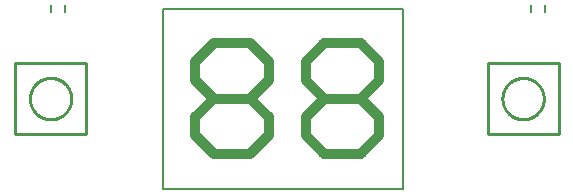
<source format=gbo>
G75*
%MOIN*%
%OFA0B0*%
%FSLAX25Y25*%
%IPPOS*%
%LPD*%
%AMOC8*
5,1,8,0,0,1.08239X$1,22.5*
%
%ADD10C,0.00500*%
%ADD11C,0.03200*%
%ADD12C,0.01000*%
%ADD13C,0.00600*%
D10*
X0311000Y0018500D02*
X0311000Y0078500D01*
X0391000Y0078500D01*
X0391000Y0018500D01*
X0311000Y0018500D01*
D11*
X0327816Y0030100D02*
X0340093Y0030100D01*
X0346231Y0036239D01*
X0346231Y0042377D01*
X0340093Y0048516D01*
X0327816Y0048516D01*
X0321677Y0042377D01*
X0321677Y0036239D01*
X0327816Y0030100D01*
X0358509Y0036239D02*
X0364647Y0030100D01*
X0376924Y0030100D01*
X0383063Y0036239D01*
X0383063Y0042377D01*
X0376924Y0048516D01*
X0364647Y0048516D01*
X0358509Y0042377D01*
X0358509Y0036239D01*
X0364647Y0048516D02*
X0358509Y0054654D01*
X0358509Y0060793D01*
X0364647Y0066931D01*
X0376924Y0066931D01*
X0383063Y0060793D01*
X0383063Y0054654D01*
X0376924Y0048516D01*
X0346231Y0054654D02*
X0346231Y0060793D01*
X0340093Y0066931D01*
X0327816Y0066931D01*
X0321677Y0060793D01*
X0321677Y0054654D01*
X0327816Y0048516D01*
X0340093Y0048516D02*
X0346231Y0054654D01*
D12*
X0261689Y0060311D02*
X0261689Y0036689D01*
X0285311Y0036689D01*
X0285311Y0060311D01*
X0261689Y0060311D01*
X0266610Y0048500D02*
X0266612Y0048669D01*
X0266618Y0048838D01*
X0266629Y0049007D01*
X0266643Y0049175D01*
X0266662Y0049343D01*
X0266685Y0049511D01*
X0266711Y0049678D01*
X0266742Y0049844D01*
X0266777Y0050010D01*
X0266816Y0050174D01*
X0266860Y0050338D01*
X0266907Y0050500D01*
X0266958Y0050661D01*
X0267013Y0050821D01*
X0267072Y0050980D01*
X0267134Y0051137D01*
X0267201Y0051292D01*
X0267272Y0051446D01*
X0267346Y0051598D01*
X0267424Y0051748D01*
X0267505Y0051896D01*
X0267590Y0052042D01*
X0267679Y0052186D01*
X0267771Y0052328D01*
X0267867Y0052467D01*
X0267966Y0052604D01*
X0268068Y0052739D01*
X0268174Y0052871D01*
X0268283Y0053000D01*
X0268395Y0053127D01*
X0268510Y0053251D01*
X0268628Y0053372D01*
X0268749Y0053490D01*
X0268873Y0053605D01*
X0269000Y0053717D01*
X0269129Y0053826D01*
X0269261Y0053932D01*
X0269396Y0054034D01*
X0269533Y0054133D01*
X0269672Y0054229D01*
X0269814Y0054321D01*
X0269958Y0054410D01*
X0270104Y0054495D01*
X0270252Y0054576D01*
X0270402Y0054654D01*
X0270554Y0054728D01*
X0270708Y0054799D01*
X0270863Y0054866D01*
X0271020Y0054928D01*
X0271179Y0054987D01*
X0271339Y0055042D01*
X0271500Y0055093D01*
X0271662Y0055140D01*
X0271826Y0055184D01*
X0271990Y0055223D01*
X0272156Y0055258D01*
X0272322Y0055289D01*
X0272489Y0055315D01*
X0272657Y0055338D01*
X0272825Y0055357D01*
X0272993Y0055371D01*
X0273162Y0055382D01*
X0273331Y0055388D01*
X0273500Y0055390D01*
X0273669Y0055388D01*
X0273838Y0055382D01*
X0274007Y0055371D01*
X0274175Y0055357D01*
X0274343Y0055338D01*
X0274511Y0055315D01*
X0274678Y0055289D01*
X0274844Y0055258D01*
X0275010Y0055223D01*
X0275174Y0055184D01*
X0275338Y0055140D01*
X0275500Y0055093D01*
X0275661Y0055042D01*
X0275821Y0054987D01*
X0275980Y0054928D01*
X0276137Y0054866D01*
X0276292Y0054799D01*
X0276446Y0054728D01*
X0276598Y0054654D01*
X0276748Y0054576D01*
X0276896Y0054495D01*
X0277042Y0054410D01*
X0277186Y0054321D01*
X0277328Y0054229D01*
X0277467Y0054133D01*
X0277604Y0054034D01*
X0277739Y0053932D01*
X0277871Y0053826D01*
X0278000Y0053717D01*
X0278127Y0053605D01*
X0278251Y0053490D01*
X0278372Y0053372D01*
X0278490Y0053251D01*
X0278605Y0053127D01*
X0278717Y0053000D01*
X0278826Y0052871D01*
X0278932Y0052739D01*
X0279034Y0052604D01*
X0279133Y0052467D01*
X0279229Y0052328D01*
X0279321Y0052186D01*
X0279410Y0052042D01*
X0279495Y0051896D01*
X0279576Y0051748D01*
X0279654Y0051598D01*
X0279728Y0051446D01*
X0279799Y0051292D01*
X0279866Y0051137D01*
X0279928Y0050980D01*
X0279987Y0050821D01*
X0280042Y0050661D01*
X0280093Y0050500D01*
X0280140Y0050338D01*
X0280184Y0050174D01*
X0280223Y0050010D01*
X0280258Y0049844D01*
X0280289Y0049678D01*
X0280315Y0049511D01*
X0280338Y0049343D01*
X0280357Y0049175D01*
X0280371Y0049007D01*
X0280382Y0048838D01*
X0280388Y0048669D01*
X0280390Y0048500D01*
X0280388Y0048331D01*
X0280382Y0048162D01*
X0280371Y0047993D01*
X0280357Y0047825D01*
X0280338Y0047657D01*
X0280315Y0047489D01*
X0280289Y0047322D01*
X0280258Y0047156D01*
X0280223Y0046990D01*
X0280184Y0046826D01*
X0280140Y0046662D01*
X0280093Y0046500D01*
X0280042Y0046339D01*
X0279987Y0046179D01*
X0279928Y0046020D01*
X0279866Y0045863D01*
X0279799Y0045708D01*
X0279728Y0045554D01*
X0279654Y0045402D01*
X0279576Y0045252D01*
X0279495Y0045104D01*
X0279410Y0044958D01*
X0279321Y0044814D01*
X0279229Y0044672D01*
X0279133Y0044533D01*
X0279034Y0044396D01*
X0278932Y0044261D01*
X0278826Y0044129D01*
X0278717Y0044000D01*
X0278605Y0043873D01*
X0278490Y0043749D01*
X0278372Y0043628D01*
X0278251Y0043510D01*
X0278127Y0043395D01*
X0278000Y0043283D01*
X0277871Y0043174D01*
X0277739Y0043068D01*
X0277604Y0042966D01*
X0277467Y0042867D01*
X0277328Y0042771D01*
X0277186Y0042679D01*
X0277042Y0042590D01*
X0276896Y0042505D01*
X0276748Y0042424D01*
X0276598Y0042346D01*
X0276446Y0042272D01*
X0276292Y0042201D01*
X0276137Y0042134D01*
X0275980Y0042072D01*
X0275821Y0042013D01*
X0275661Y0041958D01*
X0275500Y0041907D01*
X0275338Y0041860D01*
X0275174Y0041816D01*
X0275010Y0041777D01*
X0274844Y0041742D01*
X0274678Y0041711D01*
X0274511Y0041685D01*
X0274343Y0041662D01*
X0274175Y0041643D01*
X0274007Y0041629D01*
X0273838Y0041618D01*
X0273669Y0041612D01*
X0273500Y0041610D01*
X0273331Y0041612D01*
X0273162Y0041618D01*
X0272993Y0041629D01*
X0272825Y0041643D01*
X0272657Y0041662D01*
X0272489Y0041685D01*
X0272322Y0041711D01*
X0272156Y0041742D01*
X0271990Y0041777D01*
X0271826Y0041816D01*
X0271662Y0041860D01*
X0271500Y0041907D01*
X0271339Y0041958D01*
X0271179Y0042013D01*
X0271020Y0042072D01*
X0270863Y0042134D01*
X0270708Y0042201D01*
X0270554Y0042272D01*
X0270402Y0042346D01*
X0270252Y0042424D01*
X0270104Y0042505D01*
X0269958Y0042590D01*
X0269814Y0042679D01*
X0269672Y0042771D01*
X0269533Y0042867D01*
X0269396Y0042966D01*
X0269261Y0043068D01*
X0269129Y0043174D01*
X0269000Y0043283D01*
X0268873Y0043395D01*
X0268749Y0043510D01*
X0268628Y0043628D01*
X0268510Y0043749D01*
X0268395Y0043873D01*
X0268283Y0044000D01*
X0268174Y0044129D01*
X0268068Y0044261D01*
X0267966Y0044396D01*
X0267867Y0044533D01*
X0267771Y0044672D01*
X0267679Y0044814D01*
X0267590Y0044958D01*
X0267505Y0045104D01*
X0267424Y0045252D01*
X0267346Y0045402D01*
X0267272Y0045554D01*
X0267201Y0045708D01*
X0267134Y0045863D01*
X0267072Y0046020D01*
X0267013Y0046179D01*
X0266958Y0046339D01*
X0266907Y0046500D01*
X0266860Y0046662D01*
X0266816Y0046826D01*
X0266777Y0046990D01*
X0266742Y0047156D01*
X0266711Y0047322D01*
X0266685Y0047489D01*
X0266662Y0047657D01*
X0266643Y0047825D01*
X0266629Y0047993D01*
X0266618Y0048162D01*
X0266612Y0048331D01*
X0266610Y0048500D01*
X0419189Y0036689D02*
X0419189Y0060311D01*
X0442811Y0060311D01*
X0442811Y0036689D01*
X0419189Y0036689D01*
X0424110Y0048500D02*
X0424112Y0048669D01*
X0424118Y0048838D01*
X0424129Y0049007D01*
X0424143Y0049175D01*
X0424162Y0049343D01*
X0424185Y0049511D01*
X0424211Y0049678D01*
X0424242Y0049844D01*
X0424277Y0050010D01*
X0424316Y0050174D01*
X0424360Y0050338D01*
X0424407Y0050500D01*
X0424458Y0050661D01*
X0424513Y0050821D01*
X0424572Y0050980D01*
X0424634Y0051137D01*
X0424701Y0051292D01*
X0424772Y0051446D01*
X0424846Y0051598D01*
X0424924Y0051748D01*
X0425005Y0051896D01*
X0425090Y0052042D01*
X0425179Y0052186D01*
X0425271Y0052328D01*
X0425367Y0052467D01*
X0425466Y0052604D01*
X0425568Y0052739D01*
X0425674Y0052871D01*
X0425783Y0053000D01*
X0425895Y0053127D01*
X0426010Y0053251D01*
X0426128Y0053372D01*
X0426249Y0053490D01*
X0426373Y0053605D01*
X0426500Y0053717D01*
X0426629Y0053826D01*
X0426761Y0053932D01*
X0426896Y0054034D01*
X0427033Y0054133D01*
X0427172Y0054229D01*
X0427314Y0054321D01*
X0427458Y0054410D01*
X0427604Y0054495D01*
X0427752Y0054576D01*
X0427902Y0054654D01*
X0428054Y0054728D01*
X0428208Y0054799D01*
X0428363Y0054866D01*
X0428520Y0054928D01*
X0428679Y0054987D01*
X0428839Y0055042D01*
X0429000Y0055093D01*
X0429162Y0055140D01*
X0429326Y0055184D01*
X0429490Y0055223D01*
X0429656Y0055258D01*
X0429822Y0055289D01*
X0429989Y0055315D01*
X0430157Y0055338D01*
X0430325Y0055357D01*
X0430493Y0055371D01*
X0430662Y0055382D01*
X0430831Y0055388D01*
X0431000Y0055390D01*
X0431169Y0055388D01*
X0431338Y0055382D01*
X0431507Y0055371D01*
X0431675Y0055357D01*
X0431843Y0055338D01*
X0432011Y0055315D01*
X0432178Y0055289D01*
X0432344Y0055258D01*
X0432510Y0055223D01*
X0432674Y0055184D01*
X0432838Y0055140D01*
X0433000Y0055093D01*
X0433161Y0055042D01*
X0433321Y0054987D01*
X0433480Y0054928D01*
X0433637Y0054866D01*
X0433792Y0054799D01*
X0433946Y0054728D01*
X0434098Y0054654D01*
X0434248Y0054576D01*
X0434396Y0054495D01*
X0434542Y0054410D01*
X0434686Y0054321D01*
X0434828Y0054229D01*
X0434967Y0054133D01*
X0435104Y0054034D01*
X0435239Y0053932D01*
X0435371Y0053826D01*
X0435500Y0053717D01*
X0435627Y0053605D01*
X0435751Y0053490D01*
X0435872Y0053372D01*
X0435990Y0053251D01*
X0436105Y0053127D01*
X0436217Y0053000D01*
X0436326Y0052871D01*
X0436432Y0052739D01*
X0436534Y0052604D01*
X0436633Y0052467D01*
X0436729Y0052328D01*
X0436821Y0052186D01*
X0436910Y0052042D01*
X0436995Y0051896D01*
X0437076Y0051748D01*
X0437154Y0051598D01*
X0437228Y0051446D01*
X0437299Y0051292D01*
X0437366Y0051137D01*
X0437428Y0050980D01*
X0437487Y0050821D01*
X0437542Y0050661D01*
X0437593Y0050500D01*
X0437640Y0050338D01*
X0437684Y0050174D01*
X0437723Y0050010D01*
X0437758Y0049844D01*
X0437789Y0049678D01*
X0437815Y0049511D01*
X0437838Y0049343D01*
X0437857Y0049175D01*
X0437871Y0049007D01*
X0437882Y0048838D01*
X0437888Y0048669D01*
X0437890Y0048500D01*
X0437888Y0048331D01*
X0437882Y0048162D01*
X0437871Y0047993D01*
X0437857Y0047825D01*
X0437838Y0047657D01*
X0437815Y0047489D01*
X0437789Y0047322D01*
X0437758Y0047156D01*
X0437723Y0046990D01*
X0437684Y0046826D01*
X0437640Y0046662D01*
X0437593Y0046500D01*
X0437542Y0046339D01*
X0437487Y0046179D01*
X0437428Y0046020D01*
X0437366Y0045863D01*
X0437299Y0045708D01*
X0437228Y0045554D01*
X0437154Y0045402D01*
X0437076Y0045252D01*
X0436995Y0045104D01*
X0436910Y0044958D01*
X0436821Y0044814D01*
X0436729Y0044672D01*
X0436633Y0044533D01*
X0436534Y0044396D01*
X0436432Y0044261D01*
X0436326Y0044129D01*
X0436217Y0044000D01*
X0436105Y0043873D01*
X0435990Y0043749D01*
X0435872Y0043628D01*
X0435751Y0043510D01*
X0435627Y0043395D01*
X0435500Y0043283D01*
X0435371Y0043174D01*
X0435239Y0043068D01*
X0435104Y0042966D01*
X0434967Y0042867D01*
X0434828Y0042771D01*
X0434686Y0042679D01*
X0434542Y0042590D01*
X0434396Y0042505D01*
X0434248Y0042424D01*
X0434098Y0042346D01*
X0433946Y0042272D01*
X0433792Y0042201D01*
X0433637Y0042134D01*
X0433480Y0042072D01*
X0433321Y0042013D01*
X0433161Y0041958D01*
X0433000Y0041907D01*
X0432838Y0041860D01*
X0432674Y0041816D01*
X0432510Y0041777D01*
X0432344Y0041742D01*
X0432178Y0041711D01*
X0432011Y0041685D01*
X0431843Y0041662D01*
X0431675Y0041643D01*
X0431507Y0041629D01*
X0431338Y0041618D01*
X0431169Y0041612D01*
X0431000Y0041610D01*
X0430831Y0041612D01*
X0430662Y0041618D01*
X0430493Y0041629D01*
X0430325Y0041643D01*
X0430157Y0041662D01*
X0429989Y0041685D01*
X0429822Y0041711D01*
X0429656Y0041742D01*
X0429490Y0041777D01*
X0429326Y0041816D01*
X0429162Y0041860D01*
X0429000Y0041907D01*
X0428839Y0041958D01*
X0428679Y0042013D01*
X0428520Y0042072D01*
X0428363Y0042134D01*
X0428208Y0042201D01*
X0428054Y0042272D01*
X0427902Y0042346D01*
X0427752Y0042424D01*
X0427604Y0042505D01*
X0427458Y0042590D01*
X0427314Y0042679D01*
X0427172Y0042771D01*
X0427033Y0042867D01*
X0426896Y0042966D01*
X0426761Y0043068D01*
X0426629Y0043174D01*
X0426500Y0043283D01*
X0426373Y0043395D01*
X0426249Y0043510D01*
X0426128Y0043628D01*
X0426010Y0043749D01*
X0425895Y0043873D01*
X0425783Y0044000D01*
X0425674Y0044129D01*
X0425568Y0044261D01*
X0425466Y0044396D01*
X0425367Y0044533D01*
X0425271Y0044672D01*
X0425179Y0044814D01*
X0425090Y0044958D01*
X0425005Y0045104D01*
X0424924Y0045252D01*
X0424846Y0045402D01*
X0424772Y0045554D01*
X0424701Y0045708D01*
X0424634Y0045863D01*
X0424572Y0046020D01*
X0424513Y0046179D01*
X0424458Y0046339D01*
X0424407Y0046500D01*
X0424360Y0046662D01*
X0424316Y0046826D01*
X0424277Y0046990D01*
X0424242Y0047156D01*
X0424211Y0047322D01*
X0424185Y0047489D01*
X0424162Y0047657D01*
X0424143Y0047825D01*
X0424129Y0047993D01*
X0424118Y0048162D01*
X0424112Y0048331D01*
X0424110Y0048500D01*
D13*
X0433638Y0077319D02*
X0433638Y0079681D01*
X0438362Y0079681D02*
X0438362Y0077319D01*
X0278362Y0077319D02*
X0278362Y0079681D01*
X0273638Y0079681D02*
X0273638Y0077319D01*
M02*

</source>
